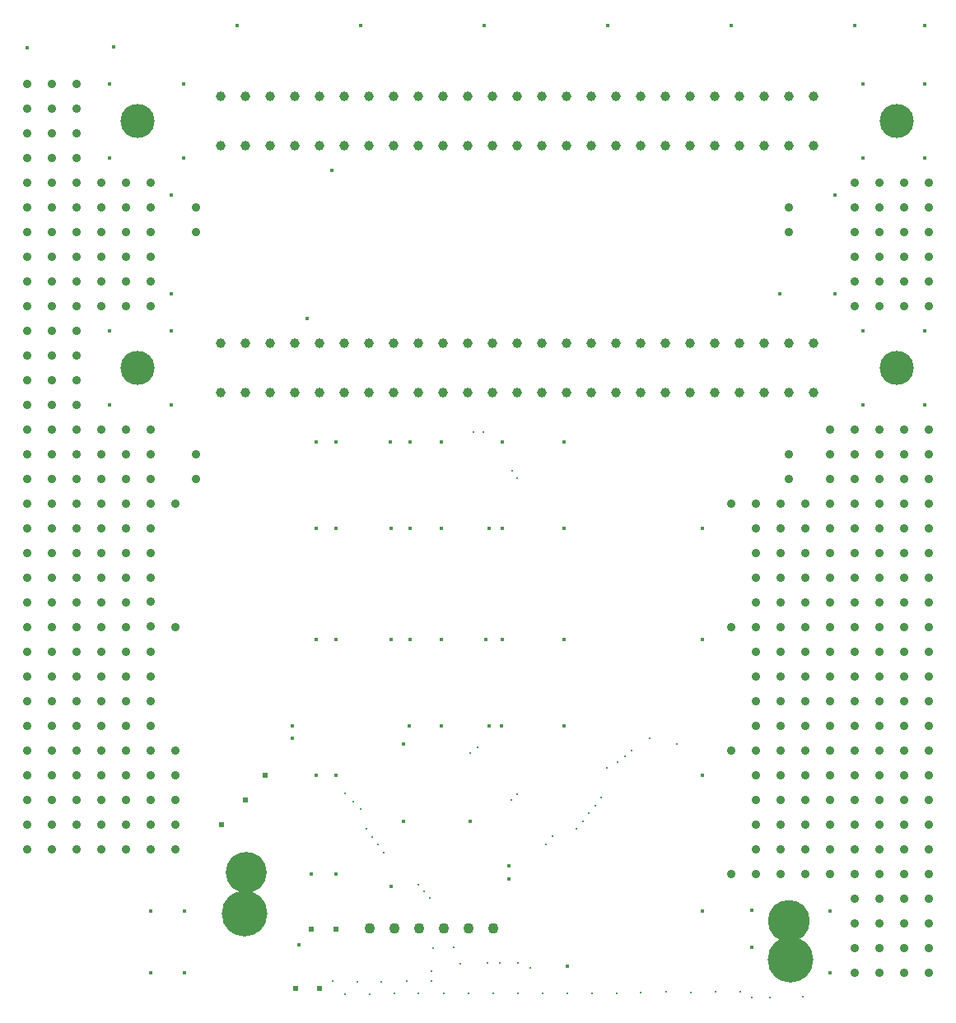
<source format=gbr>
G04 DesignSpark PCB PRO Gerber Version 10.0 Build 5299*
%FSLAX35Y35*%
%MOIN*%
%ADD73C,0.01181*%
%ADD75C,0.01600*%
%ADD74C,0.02400*%
%ADD83C,0.03500*%
%ADD79C,0.03543*%
%ADD81C,0.03937*%
%ADD80C,0.04331*%
%ADD82C,0.13780*%
%ADD77C,0.16535*%
%ADD78C,0.16929*%
%ADD76C,0.18504*%
X0Y0D02*
D02*
D73*
X191102Y62493D03*
X195969Y57376D03*
Y138498D03*
X199463Y135128D03*
X201086Y62368D03*
X202459Y132383D03*
X204705Y124231D03*
X205989Y57251D03*
X207076Y120901D03*
X209323Y117932D03*
X210945Y62368D03*
X211694Y114783D03*
X215989Y57501D03*
X221054Y62493D03*
X225772Y101681D03*
X225955Y57501D03*
X228168Y98811D03*
X230415Y96190D03*
X231039Y62493D03*
Y66487D03*
X231663Y76096D03*
X235989Y57626D03*
X240274Y76221D03*
X242645Y69731D03*
X245989Y57626D03*
X246697Y154833D03*
X248272Y284833D03*
X249847Y157333D03*
X252022Y284833D03*
X253753Y69981D03*
X255989Y57501D03*
X258870Y69981D03*
X263612Y135877D03*
X263737Y269292D03*
X265859Y138373D03*
Y266172D03*
X265989Y57501D03*
Y69981D03*
X270976Y68109D03*
X275989Y57501D03*
X277590Y117932D03*
X279961Y121150D03*
X285989Y57501D03*
X289946Y124231D03*
X292442Y127381D03*
X294938Y130511D03*
X295989Y57501D03*
X297309Y133680D03*
X299680Y136830D03*
X302052Y148981D03*
X305989Y57750D03*
X306544Y151228D03*
X309290Y153599D03*
X312036Y155970D03*
X315919Y57875D03*
X319399Y160963D03*
X325989Y58125D03*
X330382Y158467D03*
X335989Y58000D03*
X345989Y58125D03*
X355989Y58250D03*
X360898Y56086D03*
X368136D03*
X381302Y56211D03*
D02*
D74*
X146195Y126083D03*
X155907Y136082D03*
X163695Y146082D03*
X176000Y59498D03*
X182445Y83582D03*
X185860Y59498D03*
X192445Y83582D03*
D02*
D75*
X67445Y440729D03*
X100772Y296083D03*
Y326083D03*
Y396083D03*
Y426083D03*
X102445Y440979D03*
X117445Y66082D03*
Y91082D03*
X125772Y296083D03*
Y326083D03*
Y341083D03*
Y381083D03*
X130772Y396083D03*
Y426083D03*
X131049Y66082D03*
Y91082D03*
X152445Y449465D03*
X174945Y161082D03*
Y166082D03*
X177445Y77332D03*
X180772Y331083D03*
X182445Y106082D03*
X184522Y146082D03*
Y201083D03*
Y246082D03*
Y281083D03*
X190772Y391083D03*
X192445Y106082D03*
Y146083D03*
Y201083D03*
Y246082D03*
Y281083D03*
X202445Y449465D03*
X214522Y281083D03*
X214945Y101082D03*
Y201083D03*
Y246082D03*
X219945Y127332D03*
Y158582D03*
X222022Y166083D03*
X222445Y201083D03*
Y246082D03*
Y281083D03*
X234971Y166083D03*
X235096Y201083D03*
Y246082D03*
Y281083D03*
X246639Y127391D03*
X252445Y449465D03*
X253272Y201083D03*
X254522Y166082D03*
Y246082D03*
X259522Y166082D03*
X259945Y201083D03*
Y246082D03*
Y281083D03*
X262489Y104052D03*
Y109169D03*
X284945Y166082D03*
Y201083D03*
Y246082D03*
Y281083D03*
X286195Y68582D03*
X302445Y449465D03*
X340772Y90906D03*
Y146082D03*
Y201083D03*
Y246082D03*
X352445Y449465D03*
X360772Y91280D03*
X360773Y76304D03*
X372022Y341083D03*
X392387Y66082D03*
Y91082D03*
X394522Y341083D03*
Y381083D03*
X402445Y449465D03*
X405772Y296083D03*
Y326083D03*
Y396083D03*
Y426083D03*
X430772Y296083D03*
Y326083D03*
Y396083D03*
Y426083D03*
Y449465D03*
D02*
D76*
X155437Y90059D03*
X376540Y71161D03*
D02*
D77*
X156264Y106594D03*
D02*
D78*
X375713Y86909D03*
D02*
D79*
X67445Y426082D03*
X67485Y115996D03*
Y125996D03*
Y135996D03*
Y145996D03*
Y155996D03*
Y165996D03*
Y175996D03*
Y185996D03*
Y195996D03*
Y206088D03*
Y216072D03*
Y225807D03*
Y235807D03*
Y245807D03*
Y255807D03*
Y265807D03*
Y275807D03*
Y285807D03*
Y295807D03*
Y305807D03*
Y315807D03*
Y325807D03*
Y335807D03*
Y345807D03*
Y355807D03*
Y365807D03*
Y375807D03*
Y385807D03*
Y396009D03*
Y406009D03*
Y416009D03*
X77445Y325807D03*
Y385807D03*
X77485Y115996D03*
Y125996D03*
Y135996D03*
Y145996D03*
Y155996D03*
Y165996D03*
Y175996D03*
Y185996D03*
Y195996D03*
Y206088D03*
Y216072D03*
Y225807D03*
Y235807D03*
Y245807D03*
Y255807D03*
Y265807D03*
Y275807D03*
Y285807D03*
Y295807D03*
Y305807D03*
Y315807D03*
Y335807D03*
Y345807D03*
Y355807D03*
Y365807D03*
Y375807D03*
Y396009D03*
Y406009D03*
Y416009D03*
Y425962D03*
X87445Y185996D03*
Y225807D03*
Y325807D03*
Y365807D03*
Y385807D03*
X87485Y115996D03*
Y125996D03*
Y135996D03*
Y145996D03*
Y155996D03*
Y165996D03*
Y175996D03*
Y195996D03*
Y206088D03*
Y216072D03*
Y235807D03*
Y245807D03*
Y255807D03*
Y265807D03*
Y275807D03*
Y285807D03*
Y295807D03*
Y305807D03*
Y315807D03*
Y335807D03*
Y345807D03*
Y355807D03*
Y375807D03*
Y396009D03*
Y406009D03*
Y416009D03*
Y426082D03*
X97437Y116121D03*
Y126121D03*
Y136121D03*
Y146121D03*
Y156121D03*
Y166121D03*
Y176121D03*
Y186121D03*
Y196121D03*
X97445Y345807D03*
Y355807D03*
Y385807D03*
X97485Y206088D03*
Y216072D03*
Y225807D03*
Y235807D03*
Y245807D03*
Y255807D03*
Y265807D03*
Y275807D03*
Y285807D03*
Y335807D03*
Y365807D03*
Y375807D03*
X107437Y116121D03*
Y126121D03*
Y136121D03*
Y146121D03*
Y156121D03*
Y166121D03*
Y176121D03*
Y186121D03*
Y196121D03*
X107445Y245807D03*
Y275807D03*
X107469Y336008D03*
Y346008D03*
Y356008D03*
Y366008D03*
Y376008D03*
Y386008D03*
X107485Y206088D03*
Y216072D03*
Y225807D03*
Y235807D03*
Y255807D03*
Y265807D03*
Y285807D03*
X117437Y126121D03*
Y136121D03*
Y146121D03*
Y156121D03*
Y166121D03*
Y176121D03*
Y186121D03*
Y196121D03*
X117445Y116121D03*
X117453Y206338D03*
Y216322D03*
Y226057D03*
Y236057D03*
Y246057D03*
Y256057D03*
Y266057D03*
Y276057D03*
Y286057D03*
X117469Y336008D03*
Y346008D03*
Y356008D03*
Y366008D03*
Y376008D03*
Y386008D03*
X127445Y116082D03*
Y126121D03*
Y136082D03*
Y146082D03*
Y156082D03*
Y206082D03*
Y256082D03*
X352445Y106082D03*
Y156082D03*
Y206082D03*
Y256082D03*
X362445Y196082D03*
X362485Y105807D03*
Y115807D03*
Y125807D03*
Y135807D03*
Y145807D03*
Y155807D03*
Y165807D03*
Y175807D03*
Y185807D03*
Y205807D03*
Y215807D03*
Y225807D03*
Y235807D03*
Y245807D03*
Y255807D03*
X372485Y105807D03*
Y115807D03*
Y125807D03*
Y135807D03*
Y145807D03*
Y155807D03*
Y165807D03*
Y175807D03*
Y185807D03*
Y195807D03*
Y205807D03*
Y215807D03*
Y225807D03*
Y235807D03*
Y245807D03*
Y255807D03*
X382485Y105807D03*
Y115807D03*
Y125807D03*
Y135807D03*
Y145807D03*
Y155807D03*
Y165807D03*
Y175807D03*
Y185807D03*
Y195807D03*
Y205807D03*
Y215807D03*
Y225807D03*
Y235807D03*
Y245807D03*
Y255807D03*
X392485Y105807D03*
Y115807D03*
Y125807D03*
Y135807D03*
Y145807D03*
Y155807D03*
Y165807D03*
Y175807D03*
Y185807D03*
Y195807D03*
Y205807D03*
Y215807D03*
Y225807D03*
Y235807D03*
Y245807D03*
Y255807D03*
Y265807D03*
Y275807D03*
Y285807D03*
X402485Y65807D03*
Y75807D03*
Y85807D03*
Y95807D03*
Y105807D03*
Y115807D03*
Y125807D03*
Y135807D03*
Y145807D03*
Y155807D03*
Y165807D03*
Y175807D03*
Y185807D03*
Y195807D03*
Y205807D03*
Y215807D03*
Y225807D03*
Y235807D03*
Y245807D03*
Y255807D03*
Y265807D03*
Y275807D03*
Y285807D03*
Y335807D03*
Y345807D03*
Y355807D03*
Y365807D03*
Y375807D03*
Y385807D03*
X412485Y65807D03*
Y75807D03*
Y85807D03*
Y95807D03*
Y105807D03*
Y115807D03*
Y125807D03*
Y135807D03*
Y145807D03*
Y155807D03*
Y165807D03*
Y175807D03*
Y185807D03*
Y195807D03*
Y205807D03*
Y215807D03*
Y225807D03*
Y235807D03*
Y245807D03*
Y255807D03*
Y265807D03*
Y275807D03*
Y285807D03*
Y335807D03*
Y345807D03*
Y355807D03*
Y365807D03*
Y375807D03*
Y385807D03*
X422485Y65807D03*
Y75807D03*
Y85807D03*
Y95807D03*
Y105807D03*
Y115807D03*
Y125807D03*
Y135807D03*
Y145807D03*
Y155807D03*
Y165807D03*
Y175807D03*
Y185807D03*
Y195807D03*
Y205807D03*
Y215807D03*
Y225807D03*
Y235807D03*
Y245807D03*
Y255807D03*
Y265807D03*
Y275807D03*
Y285807D03*
Y335807D03*
Y345807D03*
Y355807D03*
Y365807D03*
Y375807D03*
Y385807D03*
X432485Y65807D03*
Y75807D03*
Y85807D03*
Y95807D03*
Y105807D03*
Y115807D03*
Y125807D03*
Y135807D03*
Y145807D03*
Y155807D03*
Y165807D03*
Y175807D03*
Y185807D03*
Y195807D03*
Y205807D03*
Y215807D03*
Y225807D03*
Y235807D03*
Y245807D03*
Y255807D03*
Y265807D03*
Y275807D03*
Y285807D03*
Y335807D03*
Y345807D03*
Y355807D03*
Y365807D03*
Y375807D03*
Y385807D03*
D02*
D80*
X206124Y83834D03*
X216124D03*
X226124D03*
X236124D03*
X246124D03*
X256124D03*
D02*
D81*
X145772Y301082D03*
Y321082D03*
X145794Y401082D03*
Y421082D03*
X155772Y301082D03*
Y321082D03*
X155794Y401082D03*
Y421082D03*
X165772Y301082D03*
Y321082D03*
X165794Y401082D03*
Y421082D03*
X175772Y301082D03*
Y321082D03*
X175794Y401082D03*
Y421082D03*
X185772Y301082D03*
Y321082D03*
X185794Y401082D03*
Y421082D03*
X195772Y301082D03*
Y321082D03*
X195794Y401082D03*
Y421082D03*
X205772Y301082D03*
Y321082D03*
X205794Y401082D03*
Y421082D03*
X215772Y301082D03*
Y321082D03*
X215794Y401082D03*
Y421082D03*
X225772Y301082D03*
Y321082D03*
X225794Y401082D03*
Y421082D03*
X235772Y301082D03*
Y321082D03*
X235794Y401082D03*
Y421082D03*
X245772Y301082D03*
Y321082D03*
X245794Y401082D03*
Y421082D03*
X255772Y301082D03*
Y321082D03*
X255794Y401082D03*
Y421082D03*
X265772Y301082D03*
Y321082D03*
X265794Y401082D03*
Y421082D03*
X275772Y301082D03*
Y321082D03*
X275794Y401082D03*
Y421082D03*
X285772Y301082D03*
Y321082D03*
X285794Y401082D03*
Y421082D03*
X295772Y301082D03*
Y321082D03*
X295794Y401082D03*
Y421082D03*
X305772Y301082D03*
Y321082D03*
X305794Y401082D03*
Y421082D03*
X315772Y301082D03*
Y321082D03*
X315794Y401082D03*
Y421082D03*
X325772Y301082D03*
Y321082D03*
X325794Y401082D03*
Y421082D03*
X335772Y301082D03*
Y321082D03*
X335794Y401082D03*
Y421082D03*
X345772Y301082D03*
Y321082D03*
X345794Y401082D03*
Y421082D03*
X355772Y301082D03*
Y321082D03*
X355794Y401082D03*
Y421082D03*
X365772Y301082D03*
Y321082D03*
X365794Y401082D03*
Y421082D03*
X375772Y301082D03*
Y321082D03*
X375794Y401082D03*
Y421082D03*
X385772Y301082D03*
Y321082D03*
X385794Y401082D03*
Y421082D03*
D02*
D82*
X112012Y311082D03*
X112035Y411082D03*
X419532Y311082D03*
X419554Y411082D03*
D02*
D83*
X135772Y265906D03*
Y275906D03*
Y366123D03*
Y376123D03*
X375772Y266031D03*
Y276031D03*
Y366123D03*
Y376123D03*
X0Y0D02*
M02*

</source>
